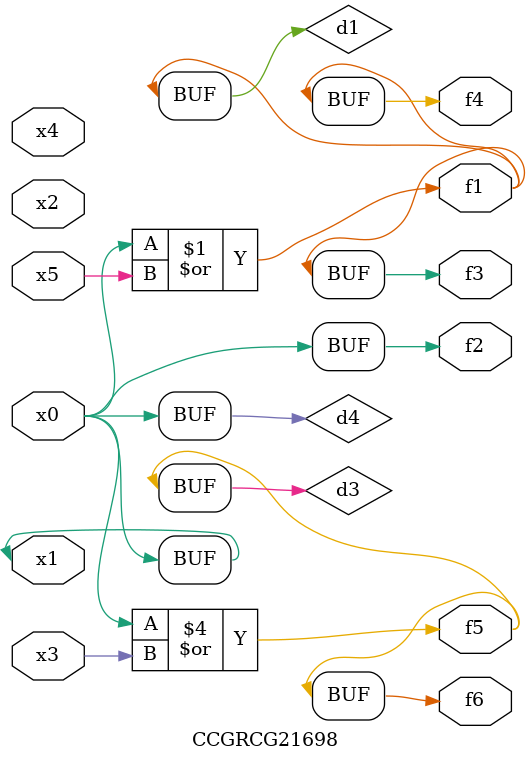
<source format=v>
module CCGRCG21698(
	input x0, x1, x2, x3, x4, x5,
	output f1, f2, f3, f4, f5, f6
);

	wire d1, d2, d3, d4;

	or (d1, x0, x5);
	xnor (d2, x1, x4);
	or (d3, x0, x3);
	buf (d4, x0, x1);
	assign f1 = d1;
	assign f2 = d4;
	assign f3 = d1;
	assign f4 = d1;
	assign f5 = d3;
	assign f6 = d3;
endmodule

</source>
